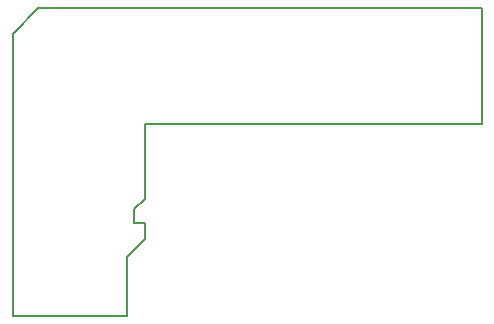
<source format=gbr>
G04 (created by PCBNEW-RS274X (2010-12-27 BZR 2685)-unstable) date Fri Jan 21 06:10:48 2011*
G01*
G70*
G90*
%MOIN*%
G04 Gerber Fmt 3.4, Leading zero omitted, Abs format*
%FSLAX34Y34*%
G04 APERTURE LIST*
%ADD10C,0.006000*%
%ADD11C,0.005000*%
G04 APERTURE END LIST*
G54D10*
G54D11*
X48950Y-25150D02*
X63750Y-25150D01*
X48100Y-26000D02*
X48950Y-25150D01*
X48100Y-29000D02*
X48100Y-26000D01*
X62000Y-29000D02*
X63750Y-29000D01*
X63750Y-25150D02*
X63750Y-29000D01*
X48100Y-35400D02*
X48100Y-29000D01*
X51900Y-35400D02*
X48100Y-35400D01*
X51900Y-33450D02*
X51900Y-35400D01*
X52500Y-32850D02*
X51900Y-33450D01*
X52500Y-32300D02*
X52500Y-32850D01*
X52150Y-32300D02*
X52500Y-32300D01*
X52150Y-31850D02*
X52150Y-32300D01*
X52500Y-31500D02*
X52150Y-31850D01*
X52500Y-29000D02*
X52500Y-31500D01*
X62000Y-29000D02*
X52500Y-29000D01*
M02*

</source>
